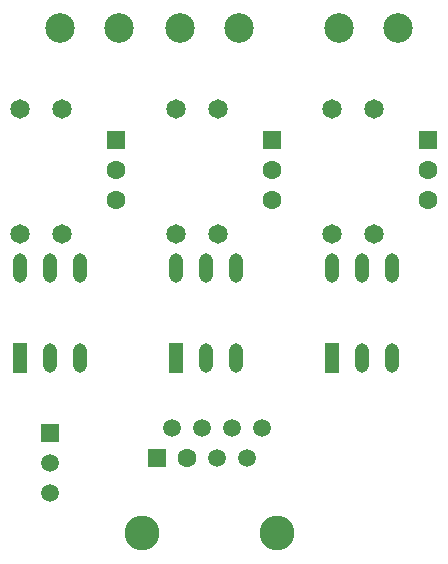
<source format=gbr>
%FSDAX24Y24*%
%MOIN*%
%SFA1B1*%

%IPPOS*%
%ADD15R,0.059100X0.059100*%
%ADD16C,0.059100*%
%ADD17R,0.047200X0.098400*%
%ADD18O,0.047200X0.098400*%
%ADD19C,0.065000*%
%ADD20C,0.098400*%
%ADD21R,0.063000X0.063000*%
%ADD22C,0.063000*%
%ADD23C,0.059100*%
%ADD24R,0.059100X0.059100*%
%ADD25C,0.063000*%
%ADD26C,0.116100*%
%LNde-130418_pads_bot-1*%
%LPD*%
G54D15*
X001800Y005300D03*
G54D16*
X001800Y004300D03*
Y003300D03*
G54D17*
X006000Y007800D03*
X000800D03*
X011200D03*
G54D18*
X007000Y007800D03*
X008000D03*
X006000Y010800D03*
X007000D03*
X008000D03*
X001800Y007800D03*
X002800D03*
X000800Y010800D03*
X001800D03*
X002800D03*
X012200Y007800D03*
X013200D03*
X011200Y010800D03*
X012200D03*
X013200D03*
G54D19*
X012600Y011923D03*
Y016077D03*
X011200Y011923D03*
Y016077D03*
X002200Y011923D03*
Y016077D03*
X000800Y011923D03*
Y016077D03*
X006000Y011923D03*
Y016077D03*
X007400Y011923D03*
Y016077D03*
G54D20*
X011416Y018800D03*
X013384D03*
X006116D03*
X008084D03*
X002116D03*
X004084D03*
G54D21*
X014400Y015060D03*
X009200D03*
X004000D03*
G54D22*
X014400Y014060D03*
Y013060D03*
X009200Y014060D03*
Y013060D03*
X004000Y014060D03*
Y013060D03*
G54D23*
X008850Y005450D03*
X005850D03*
X008350Y004450D03*
X007850Y005450D03*
X006850D03*
X007350Y004450D03*
G54D24*
X005350Y004450D03*
G54D25*
X006350Y004450D03*
G54D26*
X004850Y001950D03*
X009350D03*
M02*
</source>
